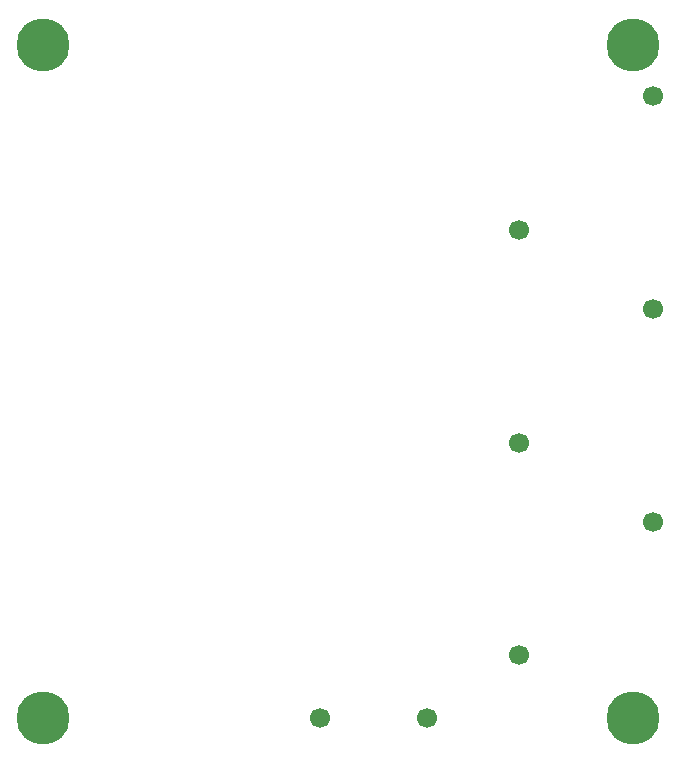
<source format=gbr>
%TF.GenerationSoftware,KiCad,Pcbnew,6.0.10-86aedd382b~118~ubuntu22.04.1*%
%TF.CreationDate,2023-01-01T10:29:27-05:00*%
%TF.ProjectId,project-nrf-princess-dress,70726f6a-6563-4742-9d6e-72662d707269,rev?*%
%TF.SameCoordinates,Original*%
%TF.FileFunction,Soldermask,Bot*%
%TF.FilePolarity,Negative*%
%FSLAX46Y46*%
G04 Gerber Fmt 4.6, Leading zero omitted, Abs format (unit mm)*
G04 Created by KiCad (PCBNEW 6.0.10-86aedd382b~118~ubuntu22.04.1) date 2023-01-01 10:29:27*
%MOMM*%
%LPD*%
G01*
G04 APERTURE LIST*
%ADD10C,1.700000*%
%ADD11C,4.500000*%
G04 APERTURE END LIST*
D10*
%TO.C,J7*%
X100776854Y-69133146D03*
X89463146Y-80446854D03*
%TD*%
%TO.C,J4*%
X100776854Y-51133146D03*
X89463146Y-62446854D03*
%TD*%
%TO.C,J2*%
X100776854Y-33133146D03*
X89463146Y-44446854D03*
%TD*%
%TO.C,J1*%
X81620000Y-85790000D03*
X72620000Y-85790000D03*
%TD*%
D11*
%TO.C,H4*%
X99120000Y-85790000D03*
%TD*%
%TO.C,H3*%
X49120000Y-85790000D03*
%TD*%
%TO.C,H2*%
X99120000Y-28790000D03*
%TD*%
%TO.C,H1*%
X49120000Y-28790000D03*
%TD*%
M02*

</source>
